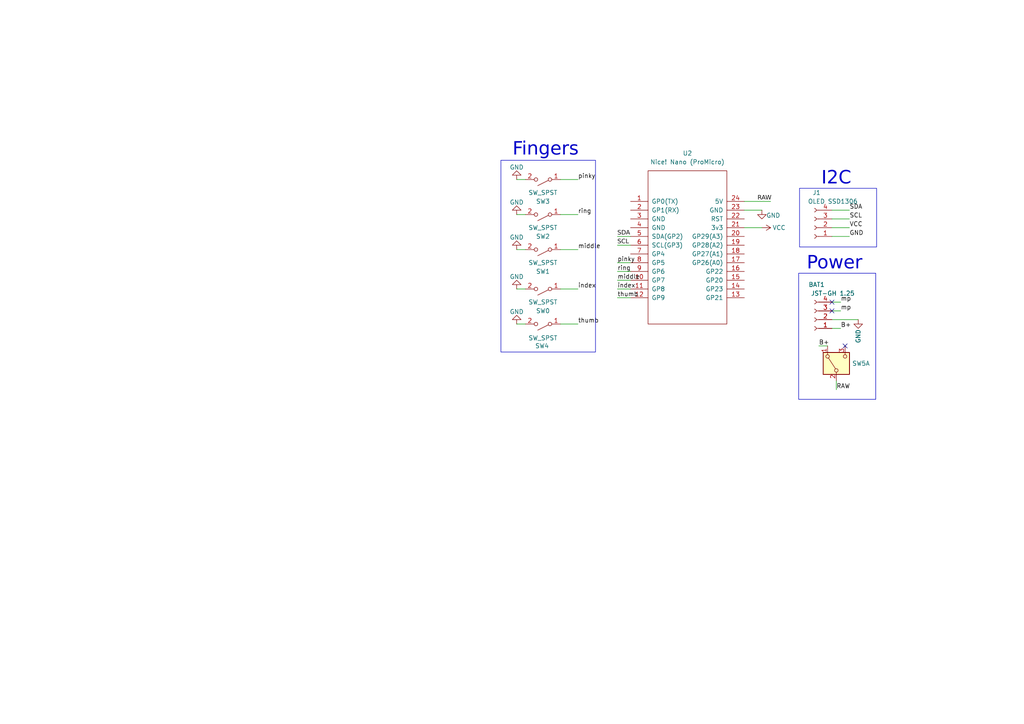
<source format=kicad_sch>
(kicad_sch (version 20250114) (generator "eeschema") (generator_version "9.0")
  (paper "A4")
  (lib_symbols
    (symbol "Connector:Conn_01x04_Socket" (pin_names (offset 1.016) (hide yes))
      (property "Reference" "J" (at 0 5.08 0))
      (property "Value" "Conn_01x04_Socket" (at 0 -7.62 0))
      (symbol "Conn_01x04_Socket_1_1"
        (polyline (pts (xy -1.27 2.54) (xy -0.508 2.54)) (stroke (width 0.1524)))
        (polyline (pts (xy -1.27 0) (xy -0.508 0)) (stroke (width 0.1524)))
        (polyline (pts (xy -1.27 -2.54) (xy -0.508 -2.54)) (stroke (width 0.1524)))
        (polyline (pts (xy -1.27 -5.08) (xy -0.508 -5.08)) (stroke (width 0.1524)))
        (arc (start 0 2.032) (mid -0.5058 2.54) (end 0 3.048) (stroke (width 0.1524)))
        (arc (start 0 -0.508) (mid -0.5058 0) (end 0 0.508) (stroke (width 0.1524)))
        (arc (start 0 -3.048) (mid -0.5058 -2.54) (end 0 -2.032) (stroke (width 0.1524)))
        (arc (start 0 -5.588) (mid -0.5058 -5.08) (end 0 -4.572) (stroke (width 0.1524)))
        (pin passive line (at -5.08 2.54 0) (length 3.81) (name "Pin_1") (number "1"))
        (pin passive line (at -5.08 0 0) (length 3.81) (name "Pin_2") (number "2"))
        (pin passive line (at -5.08 -2.54 0) (length 3.81) (name "Pin_3") (number "3"))
        (pin passive line (at -5.08 -5.08 0) (length 3.81) (name "Pin_4") (number "4"))
      )
    )
    (symbol "Switch:SW_DPDT_x2" (pin_names (offset 0) (hide yes))
      (property "Reference" "SW" (at 0 5.08 0))
      (property "Value" "SW_DPDT_x2" (at 0 -5.08 0))
      (symbol "SW_DPDT_x2_0_0"
        (circle (center -2.032 0) (radius 0.508))
        (circle (center 2.032 -2.54) (radius 0.508))
      )
      (symbol "SW_DPDT_x2_0_1"
        (rectangle (start -3.175 3.81) (end 3.175 -3.81) (stroke (width 0.254)) (fill (type background)))
        (polyline (pts (xy -1.524 0.254) (xy 1.5748 2.286)))
        (circle (center 2.032 2.54) (radius 0.508))
      )
      (symbol "SW_DPDT_x2_1_1"
        (pin passive line (at -5.08 0 0) (length 2.54) (name "B") (number "2"))
        (pin passive line (at 5.08 2.54 180) (length 2.54) (name "A") (number "1"))
        (pin passive line (at 5.08 -2.54 180) (length 2.54) (name "C") (number "3"))
      )
      (symbol "SW_DPDT_x2_2_1"
        (pin passive line (at -5.08 0 0) (length 2.54) (name "B") (number "5"))
        (pin passive line (at 5.08 2.54 180) (length 2.54) (name "A") (number "4"))
        (pin passive line (at 5.08 -2.54 180) (length 2.54) (name "C") (number "6"))
      )
    )
    (symbol "TheOneProMicro:ProMicro_2-Lily58-cache" (pin_names (offset 1.016))
      (property "Reference" "U2" (at 0 27.94 0))
      (property "Value" "Nice! Nano (ProMicro)" (at 0 25.4 0))
      (symbol "ProMicro_2-Lily58-cache_0_1"
        (rectangle (start -11.43 22.86) (end 11.43 -21.59))
      )
      (symbol "ProMicro_2-Lily58-cache_1_1"
        (pin input line (at -16.51 13.97 0) (length 5.08) (name "GP0(TX)") (number "1"))
        (pin input line (at -16.51 11.43 0) (length 5.08) (name "GP1(RX)") (number "2"))
        (pin input line (at -16.51 8.89 0) (length 5.08) (name "GND") (number "3"))
        (pin input line (at -16.51 6.35 0) (length 5.08) (name "GND") (number "4"))
        (pin input line (at -16.51 3.81 0) (length 5.08) (name "SDA(GP2)") (number "5"))
        (pin input line (at -16.51 1.27 0) (length 5.08) (name "SCL(GP3)") (number "6"))
        (pin input line (at -16.51 -1.27 0) (length 5.08) (name "GP4") (number "7"))
        (pin input line (at -16.51 -3.81 0) (length 5.08) (name "GP5") (number "8"))
        (pin input line (at -16.51 -6.35 0) (length 5.08) (name "GP6") (number "9"))
        (pin input line (at -16.51 -8.89 0) (length 5.08) (name "GP7") (number "10"))
        (pin input line (at -16.51 -11.43 0) (length 5.08) (name "GP8") (number "11"))
        (pin input line (at -16.51 -13.97 0) (length 5.08) (name "GP9") (number "12"))
        (pin input line (at 16.51 13.97 180) (length 5.08) (name "5V") (number "24"))
        (pin input line (at 16.51 11.43 180) (length 5.08) (name "GND") (number "23"))
        (pin input line (at 16.51 8.89 180) (length 5.08) (name "RST") (number "22"))
        (pin input line (at 16.51 6.35 180) (length 5.08) (name "3v3") (number "21"))
        (pin input line (at 16.51 3.81 180) (length 5.08) (name "GP29(A3)") (number "20"))
        (pin input line (at 16.51 1.27 180) (length 5.08) (name "GP28(A2)") (number "19"))
        (pin input line (at 16.51 -1.27 180) (length 5.08) (name "GP27(A1)") (number "18"))
        (pin input line (at 16.51 -3.81 180) (length 5.08) (name "GP26(A0)") (number "17"))
        (pin input line (at 16.51 -6.35 180) (length 5.08) (name "GP22") (number "16"))
        (pin input line (at 16.51 -8.89 180) (length 5.08) (name "GP20") (number "15"))
        (pin input line (at 16.51 -11.43 180) (length 5.08) (name "GP23") (number "14"))
        (pin input line (at 16.51 -13.97 180) (length 5.08) (name "GP21") (number "13"))
      )
    )
    (symbol "power:GND" (power) (pin_numbers (hide yes)) (pin_names (offset 0) (hide yes))
      (property "Value" "GND" (at 0 -3.81 0))
      (symbol "GND_0_1"
        (polyline (pts (xy 0 0) (xy 0 -1.27) (xy 1.27 -1.27) (xy 0 -2.54) (xy -1.27 -1.27) (xy 0 -1.27)))
      )
      (symbol "GND_1_1"
        (pin power_in line (at 0 0 270) (length 0) (name "~") (number "1"))
      )
    )
    (symbol "power:VCC" (power) (pin_numbers (hide yes)) (pin_names (offset 0) (hide yes))
      (property "Value" "VCC" (at 0 3.556 0))
      (symbol "VCC_0_1"
        (polyline (pts (xy -0.762 1.27) (xy 0 2.54)))
        (polyline (pts (xy 0 2.54) (xy 0.762 1.27)))
        (polyline (pts (xy 0 0) (xy 0 2.54)))
      )
      (symbol "VCC_1_1"
        (pin power_in line (at 0 0 90) (length 0) (name "~") (number "1"))
      )
    )
    (symbol "sw_spst_rt_ang_tactile:SW_SPST" (pin_names (offset 0) (hide yes))
      (property "Reference" "SW" (at 0 3.175 0))
      (property "Value" "SW_SPST" (at 0 -2.54 0))
      (symbol "SW_SPST_0_0"
        (circle (center -2.032 0) (radius 0.508))
        (polyline (pts (xy -1.524 0.254) (xy 1.524 1.778)))
        (circle (center 2.032 0) (radius 0.508))
      )
      (symbol "SW_SPST_1_1"
        (pin passive line (at -5.08 0 0) (length 2.54) (name "A") (number "1"))
        (pin passive line (at 5.08 0 180) (length 2.54) (name "B") (number "2"))
      )
    )
  )
  (rectangle (start 145.288 46.482) (end 172.72 102.108))
  (rectangle (start 231.648 79.248) (end 254 115.824))
  (rectangle (start 231.902 54.61) (end 254.254 71.628))
  (text "Fingers\n" (at 158.242 44.45 0) (effects (font (size 3.81 3.81))))
  (text "I2C\n" (at 242.57 52.832 0) (effects (font (size 3.81 3.81))))
  (text "Power\n" (at 242.062 77.47 0) (effects (font (size 3.81 3.81))))
  (no_connect (at 241.3 87.63))
  (no_connect (at 245.11 100.33))
  (no_connect (at 241.3 90.17))
  (wire (pts (xy 241.3 90.17) (xy 243.84 90.17)))
  (wire (pts (xy 215.9 58.42) (xy 223.52 58.42)))
  (wire (pts (xy 179.07 68.58) (xy 182.88 68.58)))
  (wire (pts (xy 241.3 87.63) (xy 243.84 87.63)))
  (wire (pts (xy 241.3 66.04) (xy 246.38 66.04)))
  (wire (pts (xy 179.07 83.82) (xy 182.88 83.82)))
  (wire (pts (xy 162.56 52.07) (xy 167.64 52.07)))
  (wire (pts (xy 162.56 83.82) (xy 167.64 83.82)))
  (wire (pts (xy 149.86 62.23) (xy 152.4 62.23)))
  (wire (pts (xy 241.3 63.5) (xy 246.38 63.5)))
  (wire (pts (xy 179.07 81.28) (xy 182.88 81.28)))
  (wire (pts (xy 179.07 78.74) (xy 182.88 78.74)))
  (wire (pts (xy 162.56 72.39) (xy 167.64 72.39)))
  (wire (pts (xy 241.3 60.96) (xy 246.38 60.96)))
  (wire (pts (xy 240.03 100.33) (xy 237.49 100.33)))
  (wire (pts (xy 179.07 71.12) (xy 182.88 71.12)))
  (wire (pts (xy 241.3 68.58) (xy 246.38 68.58)))
  (wire (pts (xy 215.9 60.96) (xy 220.98 60.96)))
  (wire (pts (xy 162.56 93.98) (xy 167.64 93.98)))
  (wire (pts (xy 179.07 76.2) (xy 182.88 76.2)))
  (wire (pts (xy 242.57 113.03) (xy 242.57 110.49)))
  (wire (pts (xy 162.56 62.23) (xy 167.64 62.23)))
  (wire (pts (xy 149.86 93.98) (xy 152.4 93.98)))
  (wire (pts (xy 149.86 72.39) (xy 152.4 72.39)))
  (wire (pts (xy 241.3 95.25) (xy 243.84 95.25)))
  (wire (pts (xy 241.3 92.71) (xy 248.92 92.71)))
  (wire (pts (xy 149.86 83.82) (xy 152.4 83.82)))
  (wire (pts (xy 215.9 66.04) (xy 220.98 66.04)))
  (wire (pts (xy 149.86 52.07) (xy 152.4 52.07)))
  (wire (pts (xy 179.07 86.36) (xy 182.88 86.36)))
  (label "GND" (at 246.38 68.58 0))
  (label "SDA" (at 179.07 68.58 0))
  (label "SDA" (at 246.38 60.96 0))
  (label "ring" (at 167.64 62.23 0))
  (label "B+" (at 243.84 95.25 0))
  (label "thumb" (at 167.64 93.98 0))
  (label "mp" (at 243.84 90.17 0))
  (label "B+" (at 237.49 100.33 0))
  (label "RAW" (at 219.71 58.42 0))
  (label "pinky" (at 179.07 76.2 0))
  (label "ring" (at 179.07 78.74 0))
  (label "mp" (at 243.84 87.63 0))
  (label "VCC" (at 246.38 66.04 0))
  (label "middle" (at 167.64 72.39 0))
  (label "index" (at 167.64 83.82 0))
  (label "SCL" (at 246.38 63.5 0))
  (label "SCL" (at 179.07 71.12 0))
  (label "pinky" (at 167.64 52.07 0))
  (label "middle" (at 179.07 81.28 0))
  (label "index" (at 179.07 83.82 0))
  (label "thumb" (at 179.07 86.36 0))
  (label "RAW" (at 242.57 113.03 0))
  (symbol (lib_id "TheOneProMicro:ProMicro_2-Lily58-cache") (at 199.39 72.39 0) (unit 1)
    (property "Reference" "U2" (at 199.39 44.45 0))
    (property "Value" "Nice! Nano (ProMicro)" (at 199.39 46.99 0))
    (property "Footprint" "footprints:nnv2-smd-2x" (effects (hide yes)))
  )
  (symbol (lib_id "Switch:SW_DPDT_x2") (at 242.57 105.41 90) (unit 1)
    (property "Reference" "SW5" (at 247.142 105.41 90) (effects (justify right)))
    (property "Value" "SW_DPDT_x2" (effects (hide yes)))
    (property "Footprint" "sw_spdt_slide_mskt-12c03:Untitled" (effects (hide yes)))
    (property "Description" "Switch, dual pole double throw, separate symbols" (effects (hide yes)))
  )
  (symbol (lib_id "sw_spst_rt_ang_tactile:SW_SPST") (at 157.48 93.98 180) (unit 1)
    (property "Reference" "SW4" (at 157.226 100.33 0))
    (property "Value" "SW_SPST" (at 157.48 98.044 0))
    (property "Footprint" "Button_Switch_SMD:Panasonic_EVQPUL_EVQPUC" (effects (hide yes)))
    (property "Description" "Single Pole Single Throw (SPST) switch" (effects (hide yes)))
  )
  (symbol (lib_id "sw_spst_rt_ang_tactile:SW_SPST") (at 157.48 83.82 180) (unit 1)
    (property "Reference" "SW0" (at 157.48 90.17 0))
    (property "Value" "SW_SPST" (at 157.48 87.63 0))
    (property "Footprint" "Button_Switch_SMD:Panasonic_EVQPUL_EVQPUC" (effects (hide yes)))
    (property "Description" "Single Pole Single Throw (SPST) switch" (effects (hide yes)))
  )
  (symbol (lib_id "power:VCC") (at 220.98 66.04 270) (unit 1)
    (property "Reference" "#PWR02" (effects (hide yes)))
    (property "Value" "VCC" (at 224.028 66.04 90) (effects (justify left)))
    (property "Description" "Power symbol creates a global label with name \"VCC\"" (effects (hide yes)))
  )
  (symbol (lib_id "power:GND") (at 149.86 72.39 180) (unit 1)
    (property "Reference" "#PWR05" (effects (hide yes)))
    (property "Value" "GND" (at 149.86 68.834 0))
    (property "Description" "Power symbol creates a global label with name \"GND\" , ground" (effects (hide yes)))
  )
  (symbol (lib_id "power:GND") (at 149.86 52.07 180) (unit 1)
    (property "Reference" "#PWR08" (effects (hide yes)))
    (property "Value" "GND" (at 149.86 48.514 0))
    (property "Description" "Power symbol creates a global label with name \"GND\" , ground" (effects (hide yes)))
  )
  (symbol (lib_id "power:GND") (at 149.86 83.82 180) (unit 1)
    (property "Reference" "#PWR06" (effects (hide yes)))
    (property "Value" "GND" (at 149.86 80.264 0))
    (property "Description" "Power symbol creates a global label with name \"GND\" , ground" (effects (hide yes)))
  )
  (symbol (lib_id "Connector:Conn_01x04_Socket") (at 236.22 92.71 180) (unit 1)
    (property "Reference" "BAT1" (at 236.855 82.55 0))
    (property "Value" "JST-GH 1.25" (at 241.554 85.09 0))
    (property "Footprint" "footprints:JST_GH_SM02B-GHS-TB_1x02-1MP_P1.25mm_Horizontal" (effects (hide yes)))
    (property "Description" "Generic connector, single row, 01x04, script generated" (effects (hide yes)))
  )
  (symbol (lib_id "sw_spst_rt_ang_tactile:SW_SPST") (at 157.48 52.07 180) (unit 1)
    (property "Reference" "SW3" (at 157.48 58.42 0))
    (property "Value" "SW_SPST" (at 157.48 55.88 0))
    (property "Footprint" "Button_Switch_SMD:Panasonic_EVQPUL_EVQPUC" (effects (hide yes)))
    (property "Description" "Single Pole Single Throw (SPST) switch" (effects (hide yes)))
  )
  (symbol (lib_id "power:GND") (at 149.86 93.98 180) (unit 1)
    (property "Reference" "#PWR07" (effects (hide yes)))
    (property "Value" "GND" (at 149.86 90.424 0))
    (property "Description" "Power symbol creates a global label with name \"GND\" , ground" (effects (hide yes)))
  )
  (symbol (lib_id "Connector:Conn_01x04_Socket") (at 236.22 66.04 180) (unit 1)
    (property "Reference" "J1" (at 236.855 55.88 0))
    (property "Value" "OLED SSD1306" (at 241.554 58.42 0))
    (property "Footprint" "ssd1306-smd-header:lightblue-ssd1306-smd" (effects (hide yes)))
    (property "Description" "Generic connector, single row, 01x04, script generated" (effects (hide yes)))
  )
  (symbol (lib_id "sw_spst_rt_ang_tactile:SW_SPST") (at 157.48 62.23 180) (unit 1)
    (property "Reference" "SW2" (at 157.48 68.58 0))
    (property "Value" "SW_SPST" (at 157.48 66.04 0))
    (property "Footprint" "Button_Switch_SMD:Panasonic_EVQPUL_EVQPUC" (effects (hide yes)))
    (property "Description" "Single Pole Single Throw (SPST) switch" (effects (hide yes)))
  )
  (symbol (lib_id "power:GND") (at 149.86 62.23 180) (unit 1)
    (property "Reference" "#PWR04" (effects (hide yes)))
    (property "Value" "GND" (at 149.86 58.674 0))
    (property "Description" "Power symbol creates a global label with name \"GND\" , ground" (effects (hide yes)))
  )
  (symbol (lib_id "power:GND") (at 220.98 60.96 0) (unit 1)
    (property "Reference" "#PWR01" (effects (hide yes)))
    (property "Value" "GND" (at 224.282 62.484 0))
    (property "Description" "Power symbol creates a global label with name \"GND\" , ground" (effects (hide yes)))
  )
  (symbol (lib_id "sw_spst_rt_ang_tactile:SW_SPST") (at 157.48 72.39 180) (unit 1)
    (property "Reference" "SW1" (at 157.48 78.74 0))
    (property "Value" "SW_SPST" (at 157.48 76.2 0))
    (property "Footprint" "Button_Switch_SMD:Panasonic_EVQPUL_EVQPUC" (effects (hide yes)))
    (property "Description" "Single Pole Single Throw (SPST) switch" (effects (hide yes)))
  )
  (symbol (lib_id "power:GND") (at 248.92 92.71 0) (unit 1)
    (property "Reference" "#PWR03" (effects (hide yes)))
    (property "Value" "GND" (at 248.92 97.536 90))
    (property "Description" "Power symbol creates a global label with name \"GND\" , ground" (effects (hide yes)))
  )
)
</source>
